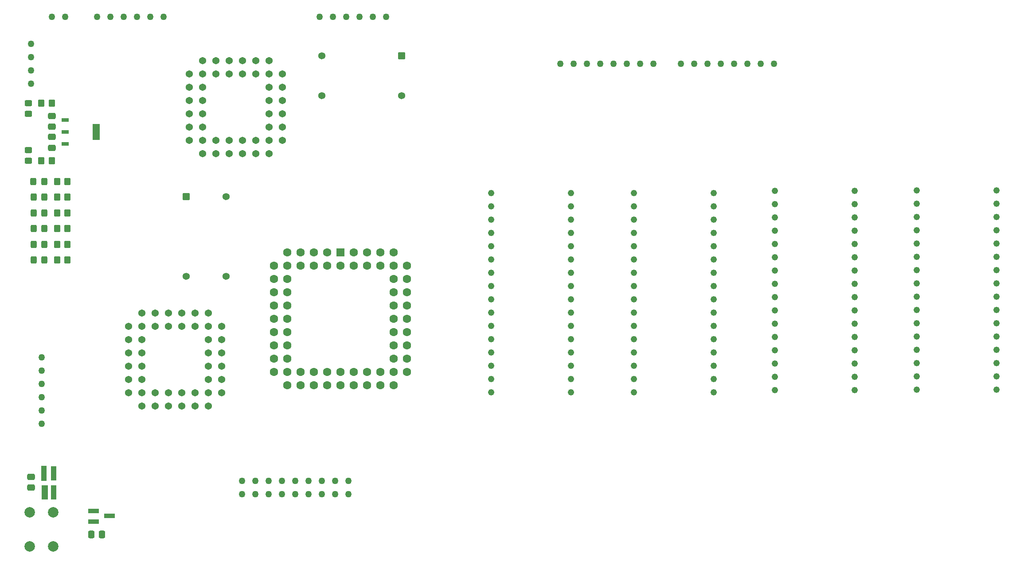
<source format=gbr>
%TF.GenerationSoftware,KiCad,Pcbnew,(6.0.0)*%
%TF.CreationDate,2024-03-23T23:35:02-05:00*%
%TF.ProjectId,MCD,4d43442e-6b69-4636-9164-5f7063625858,rev?*%
%TF.SameCoordinates,Original*%
%TF.FileFunction,Soldermask,Top*%
%TF.FilePolarity,Negative*%
%FSLAX46Y46*%
G04 Gerber Fmt 4.6, Leading zero omitted, Abs format (unit mm)*
G04 Created by KiCad (PCBNEW (6.0.0)) date 2024-03-23 23:35:02*
%MOMM*%
%LPD*%
G01*
G04 APERTURE LIST*
G04 Aperture macros list*
%AMRoundRect*
0 Rectangle with rounded corners*
0 $1 Rounding radius*
0 $2 $3 $4 $5 $6 $7 $8 $9 X,Y pos of 4 corners*
0 Add a 4 corners polygon primitive as box body*
4,1,4,$2,$3,$4,$5,$6,$7,$8,$9,$2,$3,0*
0 Add four circle primitives for the rounded corners*
1,1,$1+$1,$2,$3*
1,1,$1+$1,$4,$5*
1,1,$1+$1,$6,$7*
1,1,$1+$1,$8,$9*
0 Add four rect primitives between the rounded corners*
20,1,$1+$1,$2,$3,$4,$5,0*
20,1,$1+$1,$4,$5,$6,$7,0*
20,1,$1+$1,$6,$7,$8,$9,0*
20,1,$1+$1,$8,$9,$2,$3,0*%
%AMOutline4P*
0 Free polygon, 4 corners , with rotation*
0 The origin of the aperture is its center*
0 number of corners: always 4*
0 $1 to $8 corner X, Y*
0 $9 Rotation angle, in degrees counterclockwise*
0 create outline with 4 corners*
4,1,4,$1,$2,$3,$4,$5,$6,$7,$8,$1,$2,$9*%
G04 Aperture macros list end*
%ADD10R,1.200000X2.800000*%
%ADD11R,1.000000X2.800000*%
%ADD12Outline4P,-0.500000X-1.400000X0.500000X-1.400000X0.500000X1.400000X-0.500000X1.400000X0.000000*%
%ADD13C,1.270000*%
%ADD14R,2.032000X0.878794*%
%ADD15R,2.032000X0.878796*%
%ADD16R,2.032000X0.965200*%
%ADD17RoundRect,0.250000X-0.325000X-0.450000X0.325000X-0.450000X0.325000X0.450000X-0.325000X0.450000X0*%
%ADD18C,1.244600*%
%ADD19RoundRect,0.250000X0.350000X0.450000X-0.350000X0.450000X-0.350000X-0.450000X0.350000X-0.450000X0*%
%ADD20RoundRect,0.250000X0.450000X-0.325000X0.450000X0.325000X-0.450000X0.325000X-0.450000X-0.325000X0*%
%ADD21C,2.000000*%
%ADD22R,1.456400X0.800000*%
%ADD23R,1.456400X3.099999*%
%ADD24C,1.371600*%
%ADD25RoundRect,0.250000X0.475000X-0.337500X0.475000X0.337500X-0.475000X0.337500X-0.475000X-0.337500X0*%
%ADD26RoundRect,0.102000X0.579000X0.579000X-0.579000X0.579000X-0.579000X-0.579000X0.579000X-0.579000X0*%
%ADD27C,1.362000*%
%ADD28RoundRect,0.250000X-0.475000X0.337500X-0.475000X-0.337500X0.475000X-0.337500X0.475000X0.337500X0*%
%ADD29RoundRect,0.102000X-0.579000X0.579000X-0.579000X-0.579000X0.579000X-0.579000X0.579000X0.579000X0*%
%ADD30RoundRect,0.250000X-0.337500X-0.475000X0.337500X-0.475000X0.337500X0.475000X-0.337500X0.475000X0*%
%ADD31RoundRect,0.250000X-0.450000X0.325000X-0.450000X-0.325000X0.450000X-0.325000X0.450000X0.325000X0*%
%ADD32RoundRect,0.102000X-0.700000X-0.700000X0.700000X-0.700000X0.700000X0.700000X-0.700000X0.700000X0*%
%ADD33C,1.604000*%
G04 APERTURE END LIST*
D10*
%TO.C,U8*%
X108130000Y-166400000D03*
D11*
X109850000Y-166400000D03*
X109850000Y-162800000D03*
D12*
X107950000Y-162800000D03*
%TD*%
D13*
%TO.C,J8*%
X130850000Y-75500000D03*
X128310000Y-75500000D03*
X125770000Y-75500000D03*
X123230000Y-75500000D03*
X120690000Y-75500000D03*
X118150000Y-75500000D03*
%TD*%
D14*
%TO.C,U10*%
X117425200Y-169984000D03*
D15*
X117425200Y-172016000D03*
D16*
X120524000Y-170949200D03*
%TD*%
D17*
%TO.C,D5*%
X106000000Y-116000000D03*
X108050000Y-116000000D03*
%TD*%
D18*
%TO.C,U4*%
X208650000Y-147300000D03*
X208650000Y-144760000D03*
X208650000Y-142220000D03*
X208650000Y-139680000D03*
X208650000Y-137140000D03*
X208650000Y-134600000D03*
X208650000Y-132060000D03*
X208650000Y-129520000D03*
X208650000Y-126980000D03*
X208650000Y-124440000D03*
X208650000Y-121900000D03*
X208650000Y-119360000D03*
X208650000Y-116820000D03*
X208650000Y-114280000D03*
X208650000Y-111740000D03*
X208650000Y-109200000D03*
X193410000Y-109200000D03*
X193410000Y-111740000D03*
X193410000Y-114280000D03*
X193410000Y-116820000D03*
X193410000Y-119360000D03*
X193410000Y-121900000D03*
X193410000Y-124440000D03*
X193410000Y-126980000D03*
X193410000Y-129520000D03*
X193410000Y-132060000D03*
X193410000Y-134600000D03*
X193410000Y-137140000D03*
X193410000Y-139680000D03*
X193410000Y-142220000D03*
X193410000Y-144760000D03*
X193410000Y-147300000D03*
%TD*%
D19*
%TO.C,R21*%
X112500000Y-119000000D03*
X110500000Y-119000000D03*
%TD*%
D20*
%TO.C,D1*%
X105000000Y-94025000D03*
X105000000Y-91975000D03*
%TD*%
D13*
%TO.C,J4*%
X105500000Y-80690000D03*
X105500000Y-83230000D03*
X105500000Y-85770000D03*
X105500000Y-88310000D03*
%TD*%
D18*
%TO.C,U3*%
X289890000Y-146800000D03*
X289890000Y-144260000D03*
X289890000Y-141720000D03*
X289890000Y-139180000D03*
X289890000Y-136640000D03*
X289890000Y-134100000D03*
X289890000Y-131560000D03*
X289890000Y-129020000D03*
X289890000Y-126480000D03*
X289890000Y-123940000D03*
X289890000Y-121400000D03*
X289890000Y-118860000D03*
X289890000Y-116320000D03*
X289890000Y-113780000D03*
X289890000Y-111240000D03*
X289890000Y-108700000D03*
X274650000Y-108700000D03*
X274650000Y-111240000D03*
X274650000Y-113780000D03*
X274650000Y-116320000D03*
X274650000Y-118860000D03*
X274650000Y-121400000D03*
X274650000Y-123940000D03*
X274650000Y-126480000D03*
X274650000Y-129020000D03*
X274650000Y-131560000D03*
X274650000Y-134100000D03*
X274650000Y-136640000D03*
X274650000Y-139180000D03*
X274650000Y-141720000D03*
X274650000Y-144260000D03*
X274650000Y-146800000D03*
%TD*%
D21*
%TO.C,SW1*%
X105250000Y-170250000D03*
X105250000Y-176750000D03*
X109750000Y-176750000D03*
X109750000Y-170250000D03*
%TD*%
D13*
%TO.C,J5*%
X107550000Y-153350000D03*
X107550000Y-150810000D03*
X107550000Y-148270000D03*
X107550000Y-145730000D03*
X107550000Y-143190000D03*
X107550000Y-140650000D03*
%TD*%
D18*
%TO.C,U5*%
X262820000Y-146840000D03*
X262820000Y-144300000D03*
X262820000Y-141760000D03*
X262820000Y-139220000D03*
X262820000Y-136680000D03*
X262820000Y-134140000D03*
X262820000Y-131600000D03*
X262820000Y-129060000D03*
X262820000Y-126520000D03*
X262820000Y-123980000D03*
X262820000Y-121440000D03*
X262820000Y-118900000D03*
X262820000Y-116360000D03*
X262820000Y-113820000D03*
X262820000Y-111280000D03*
X262820000Y-108740000D03*
X247580000Y-108740000D03*
X247580000Y-111280000D03*
X247580000Y-113820000D03*
X247580000Y-116360000D03*
X247580000Y-118900000D03*
X247580000Y-121440000D03*
X247580000Y-123980000D03*
X247580000Y-126520000D03*
X247580000Y-129060000D03*
X247580000Y-131600000D03*
X247580000Y-134140000D03*
X247580000Y-136680000D03*
X247580000Y-139220000D03*
X247580000Y-141760000D03*
X247580000Y-144300000D03*
X247580000Y-146840000D03*
%TD*%
%TO.C,U2*%
X235890000Y-147300000D03*
X235890000Y-144760000D03*
X235890000Y-142220000D03*
X235890000Y-139680000D03*
X235890000Y-137140000D03*
X235890000Y-134600000D03*
X235890000Y-132060000D03*
X235890000Y-129520000D03*
X235890000Y-126980000D03*
X235890000Y-124440000D03*
X235890000Y-121900000D03*
X235890000Y-119360000D03*
X235890000Y-116820000D03*
X235890000Y-114280000D03*
X235890000Y-111740000D03*
X235890000Y-109200000D03*
X220650000Y-109200000D03*
X220650000Y-111740000D03*
X220650000Y-114280000D03*
X220650000Y-116820000D03*
X220650000Y-119360000D03*
X220650000Y-121900000D03*
X220650000Y-124440000D03*
X220650000Y-126980000D03*
X220650000Y-129520000D03*
X220650000Y-132060000D03*
X220650000Y-134600000D03*
X220650000Y-137140000D03*
X220650000Y-139680000D03*
X220650000Y-142220000D03*
X220650000Y-144760000D03*
X220650000Y-147300000D03*
%TD*%
D17*
%TO.C,D4*%
X106000000Y-113000000D03*
X108050000Y-113000000D03*
%TD*%
D19*
%TO.C,R23*%
X109500000Y-103000000D03*
X107500000Y-103000000D03*
%TD*%
D22*
%TO.C,U7*%
X112025800Y-95200000D03*
X112025800Y-97500000D03*
X112025800Y-99800000D03*
D23*
X117974200Y-97500000D03*
%TD*%
D24*
%TO.C,U6*%
X145920000Y-86450000D03*
X143380000Y-83910000D03*
X143380000Y-86450000D03*
X140840000Y-83910000D03*
X140840000Y-86450000D03*
X138300000Y-83910000D03*
X135760000Y-86450000D03*
X138300000Y-86450000D03*
X135760000Y-88990000D03*
X138300000Y-88990000D03*
X135760000Y-91530000D03*
X138300000Y-91530000D03*
X135760000Y-94070000D03*
X138300000Y-94070000D03*
X135760000Y-96610000D03*
X138300000Y-96610000D03*
X135760000Y-99150000D03*
X138300000Y-101690000D03*
X138300000Y-99150000D03*
X140840000Y-101690000D03*
X140840000Y-99150000D03*
X143380000Y-101690000D03*
X143380000Y-99150000D03*
X145920000Y-101690000D03*
X145920000Y-99150000D03*
X148460000Y-101690000D03*
X148460000Y-99150000D03*
X151000000Y-101690000D03*
X153540000Y-99150000D03*
X151000000Y-99150000D03*
X153540000Y-96610000D03*
X151000000Y-96610000D03*
X153540000Y-94070000D03*
X151000000Y-94070000D03*
X153540000Y-91530000D03*
X151000000Y-91530000D03*
X153540000Y-88990000D03*
X151000000Y-88990000D03*
X153540000Y-86450000D03*
X151000000Y-83910000D03*
X151000000Y-86450000D03*
X148460000Y-83910000D03*
X148460000Y-86450000D03*
X145920000Y-83910000D03*
%TD*%
D17*
%TO.C,D7*%
X106000000Y-122000000D03*
X108050000Y-122000000D03*
%TD*%
D13*
%TO.C,J3*%
X145840000Y-166770000D03*
X145840000Y-164230000D03*
X148380000Y-166770000D03*
X148380000Y-164230000D03*
X150920000Y-166770000D03*
X150920000Y-164230000D03*
X153460000Y-166770000D03*
X153460000Y-164230000D03*
X156000000Y-166770000D03*
X156000000Y-164230000D03*
X158540000Y-166770000D03*
X158540000Y-164230000D03*
X161080000Y-166770000D03*
X161080000Y-164230000D03*
X163620000Y-166770000D03*
X163620000Y-164230000D03*
X166160000Y-166770000D03*
X166160000Y-164230000D03*
%TD*%
D25*
%TO.C,C19*%
X109500000Y-100537500D03*
X109500000Y-98462500D03*
%TD*%
D26*
%TO.C,Y1*%
X176270000Y-82990000D03*
D27*
X161030000Y-82990000D03*
X161030000Y-90610000D03*
X176270000Y-90610000D03*
%TD*%
D17*
%TO.C,D2*%
X105975000Y-107000000D03*
X108025000Y-107000000D03*
%TD*%
D13*
%TO.C,J1*%
X206610000Y-84500000D03*
X209150000Y-84500000D03*
X211690000Y-84500000D03*
X214230000Y-84500000D03*
X216770000Y-84500000D03*
X219310000Y-84500000D03*
X221850000Y-84500000D03*
X224390000Y-84500000D03*
%TD*%
D19*
%TO.C,R22*%
X112500000Y-122000000D03*
X110500000Y-122000000D03*
%TD*%
%TO.C,R18*%
X112500000Y-110000000D03*
X110500000Y-110000000D03*
%TD*%
D28*
%TO.C,C21*%
X105500000Y-165537500D03*
X105500000Y-163462500D03*
%TD*%
D19*
%TO.C,R17*%
X112475000Y-107000000D03*
X110475000Y-107000000D03*
%TD*%
%TO.C,R19*%
X112500000Y-113000000D03*
X110500000Y-113000000D03*
%TD*%
%TO.C,R20*%
X112500000Y-116000000D03*
X110500000Y-116000000D03*
%TD*%
D24*
%TO.C,U1*%
X134320000Y-134650000D03*
X131780000Y-132110000D03*
X131780000Y-134650000D03*
X129240000Y-132110000D03*
X129240000Y-134650000D03*
X126700000Y-132110000D03*
X124160000Y-134650000D03*
X126700000Y-134650000D03*
X124160000Y-137190000D03*
X126700000Y-137190000D03*
X124160000Y-139730000D03*
X126700000Y-139730000D03*
X124160000Y-142270000D03*
X126700000Y-142270000D03*
X124160000Y-144810000D03*
X126700000Y-144810000D03*
X124160000Y-147350000D03*
X126700000Y-149890000D03*
X126700000Y-147350000D03*
X129240000Y-149890000D03*
X129240000Y-147350000D03*
X131780000Y-149890000D03*
X131780000Y-147350000D03*
X134320000Y-149890000D03*
X134320000Y-147350000D03*
X136860000Y-149890000D03*
X136860000Y-147350000D03*
X139400000Y-149890000D03*
X141940000Y-147350000D03*
X139400000Y-147350000D03*
X141940000Y-144810000D03*
X139400000Y-144810000D03*
X141940000Y-142270000D03*
X139400000Y-142270000D03*
X141940000Y-139730000D03*
X139400000Y-139730000D03*
X141940000Y-137190000D03*
X139400000Y-137190000D03*
X141940000Y-134650000D03*
X139400000Y-132110000D03*
X139400000Y-134650000D03*
X136860000Y-132110000D03*
X136860000Y-134650000D03*
X134320000Y-132110000D03*
%TD*%
D29*
%TO.C,Y2*%
X135190000Y-109880000D03*
D27*
X135190000Y-125120000D03*
X142810000Y-125120000D03*
X142810000Y-109880000D03*
%TD*%
D13*
%TO.C,J6*%
X109460000Y-75500000D03*
X112000000Y-75500000D03*
%TD*%
D28*
%TO.C,C18*%
X109500000Y-94462500D03*
X109500000Y-96537500D03*
%TD*%
D13*
%TO.C,J2*%
X229610000Y-84500000D03*
X232150000Y-84500000D03*
X234690000Y-84500000D03*
X237230000Y-84500000D03*
X239770000Y-84500000D03*
X242310000Y-84500000D03*
X244850000Y-84500000D03*
X247390000Y-84500000D03*
%TD*%
D30*
%TO.C,C20*%
X117000000Y-174500000D03*
X119075000Y-174500000D03*
%TD*%
D17*
%TO.C,D3*%
X106000000Y-110000000D03*
X108050000Y-110000000D03*
%TD*%
D31*
%TO.C,D8*%
X105000000Y-100975000D03*
X105000000Y-103025000D03*
%TD*%
D19*
%TO.C,R16*%
X109500000Y-92000000D03*
X107500000Y-92000000D03*
%TD*%
D32*
%TO.C,U9*%
X164650510Y-120560000D03*
D33*
X164650510Y-123100000D03*
X162110510Y-120560000D03*
X162110510Y-123100000D03*
X159570510Y-120560000D03*
X159570510Y-123100000D03*
X157030510Y-120560000D03*
X157030510Y-123100000D03*
X154490510Y-120560000D03*
X151950510Y-123100000D03*
X154490510Y-123100000D03*
X151950510Y-125640000D03*
X154490510Y-125640000D03*
X151950510Y-128180000D03*
X154490510Y-128180000D03*
X151950510Y-130720000D03*
X154490510Y-130720000D03*
X151950510Y-133260000D03*
X154490510Y-133260000D03*
X151950510Y-135800000D03*
X154490510Y-135800000D03*
X151950510Y-138340000D03*
X154490510Y-138340000D03*
X151950510Y-140880000D03*
X154490510Y-140880000D03*
X151950510Y-143420000D03*
X154490510Y-145960000D03*
X154490510Y-143420000D03*
X157030510Y-145960000D03*
X157030510Y-143420000D03*
X159570510Y-145960000D03*
X159570510Y-143420000D03*
X162110510Y-145960000D03*
X162110510Y-143420000D03*
X164650510Y-145960000D03*
X164650510Y-143420000D03*
X167190510Y-145960000D03*
X167190510Y-143420000D03*
X169730510Y-145960000D03*
X169730510Y-143420000D03*
X172270510Y-145960000D03*
X172270510Y-143420000D03*
X174810510Y-145960000D03*
X177350510Y-143420000D03*
X174810510Y-143420000D03*
X177350510Y-140880000D03*
X174810510Y-140880000D03*
X177350510Y-138340000D03*
X174810510Y-138340000D03*
X177350510Y-135800000D03*
X174810510Y-135800000D03*
X177350510Y-133260000D03*
X174810510Y-133260000D03*
X177350510Y-130720000D03*
X174810510Y-130720000D03*
X177350510Y-128180000D03*
X174810510Y-128180000D03*
X177350510Y-125640000D03*
X174810510Y-125640000D03*
X177350510Y-123100000D03*
X174810510Y-120560000D03*
X174810510Y-123100000D03*
X172270510Y-120560000D03*
X172270510Y-123100000D03*
X169730510Y-120560000D03*
X169730510Y-123100000D03*
X167190510Y-120560000D03*
X167190510Y-123100000D03*
%TD*%
D17*
%TO.C,D6*%
X106000000Y-119000000D03*
X108050000Y-119000000D03*
%TD*%
D13*
%TO.C,J7*%
X160650000Y-75500000D03*
X163190000Y-75500000D03*
X165730000Y-75500000D03*
X168270000Y-75500000D03*
X170810000Y-75500000D03*
X173350000Y-75500000D03*
%TD*%
M02*

</source>
